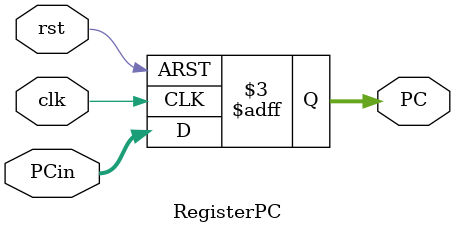
<source format=v>
module RegisterPC(input clk, rst,
		  input [7:0]PCin,
		  output reg[7:0]PC);
	
	always @ (posedge clk or negedge rst)begin
		if (~rst)
			PC <= 0;
		
		else
			PC <= PCin;
	end

endmodule

</source>
